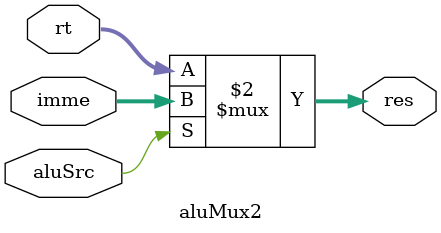
<source format=v>
`timescale 1ns / 1ps


module aluMux2(
    input [31:0] rt,
    input [31:0] imme,
    input aluSrc,
    output [31:0] res
    );
    assign res = (aluSrc == 0) ? rt : imme;
endmodule

</source>
